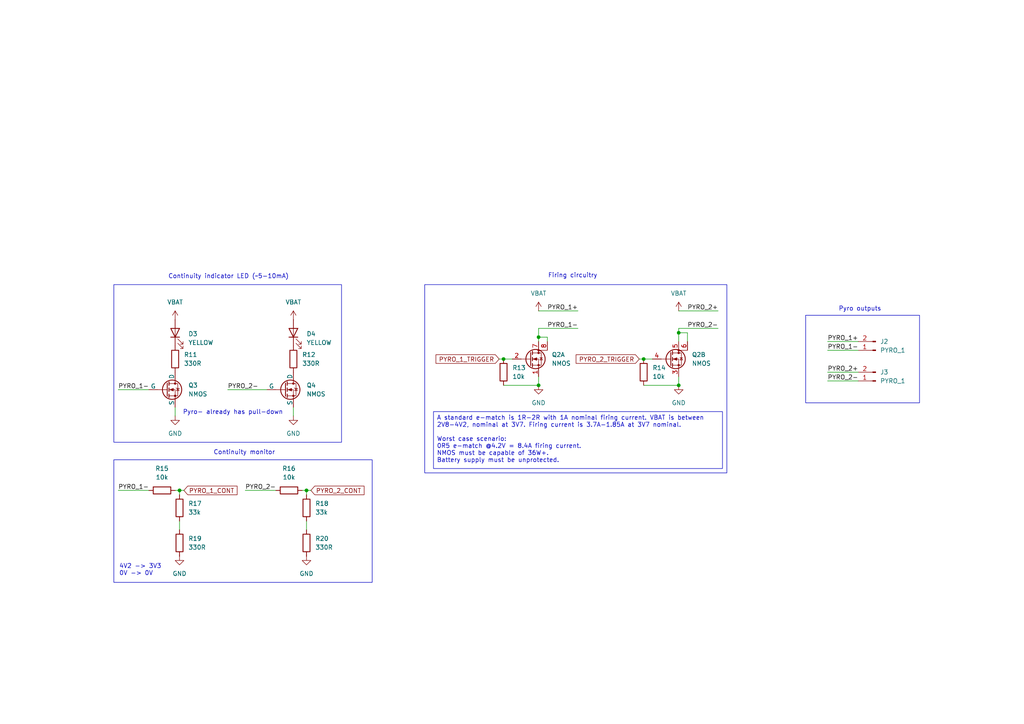
<source format=kicad_sch>
(kicad_sch (version 20250114) (generator "eeschema") (generator_version "9.0")
  (paper "A4")
  (title_block (title "Peanut Pyro Channels") (rev "A") (company "Matteo Golin") (comment 1 "Pyro channels for Peanut deployment altimeter"))
  (lib_symbols
    (symbol "Connector:Conn_01x02_Pin" (pin_names (offset 1.016) (hide yes))
      (property "Reference" "J" (at 0 2.54 0))
      (property "Value" "Conn_01x02_Pin" (at 0 -5.08 0))
      (symbol "Conn_01x02_Pin_1_1"
        (rectangle (start 0.8636 0.127) (end 0 -0.127) (stroke (width 0.1524)) (fill (type outline)))
        (rectangle (start 0.8636 -2.413) (end 0 -2.667) (stroke (width 0.1524)) (fill (type outline)))
        (polyline (pts (xy 1.27 0) (xy 0.8636 0)) (stroke (width 0.1524)))
        (polyline (pts (xy 1.27 -2.54) (xy 0.8636 -2.54)) (stroke (width 0.1524)))
        (pin passive line (at 5.08 0 180) (length 3.81) (name "Pin_1") (number "1"))
        (pin passive line (at 5.08 -2.54 180) (length 3.81) (name "Pin_2") (number "2"))
      )
    )
    (symbol "Device:LED" (pin_numbers (hide yes)) (pin_names (offset 1.016) (hide yes))
      (property "Reference" "D" (at 0 2.54 0))
      (property "Value" "LED" (at 0 -2.54 0))
      (symbol "LED_0_1"
        (polyline (pts (xy -3.048 -0.762) (xy -4.572 -2.286) (xy -3.81 -2.286) (xy -4.572 -2.286) (xy -4.572 -1.524)))
        (polyline (pts (xy -1.778 -0.762) (xy -3.302 -2.286) (xy -2.54 -2.286) (xy -3.302 -2.286) (xy -3.302 -1.524)))
        (polyline (pts (xy -1.27 0) (xy 1.27 0)))
        (polyline (pts (xy -1.27 -1.27) (xy -1.27 1.27)) (stroke (width 0.254)))
        (polyline (pts (xy 1.27 -1.27) (xy 1.27 1.27) (xy -1.27 0) (xy 1.27 -1.27)) (stroke (width 0.254)))
      )
      (symbol "LED_1_1"
        (pin passive line (at -3.81 0 0) (length 2.54) (name "K") (number "1"))
        (pin passive line (at 3.81 0 180) (length 2.54) (name "A") (number "2"))
      )
    )
    (symbol "Device:R" (pin_numbers (hide yes)) (pin_names (offset 0))
      (property "Reference" "R" (at 2.032 0 90))
      (property "Value" "R" (at 0 0 90))
      (symbol "R_0_1"
        (rectangle (start -1.016 -2.54) (end 1.016 2.54) (stroke (width 0.254)))
      )
      (symbol "R_1_1"
        (pin passive line (at 0 3.81 270) (length 1.27) (name "~") (number "1"))
        (pin passive line (at 0 -3.81 90) (length 1.27) (name "~") (number "2"))
      )
    )
    (symbol "Simulation_SPICE:NMOS" (pin_numbers (hide yes)) (pin_names (offset 0))
      (property "Reference" "Q" (at 5.08 1.27 0))
      (property "Value" "NMOS" (at 5.08 -1.27 0))
      (symbol "NMOS_0_1"
        (polyline (pts (xy 0.254 1.905) (xy 0.254 -1.905)) (stroke (width 0.254)))
        (polyline (pts (xy 0.254 0) (xy -2.54 0)))
        (polyline (pts (xy 0.762 2.286) (xy 0.762 1.27)) (stroke (width 0.254)))
        (polyline (pts (xy 0.762 0.508) (xy 0.762 -0.508)) (stroke (width 0.254)))
        (polyline (pts (xy 0.762 -1.27) (xy 0.762 -2.286)) (stroke (width 0.254)))
        (polyline (pts (xy 0.762 -1.778) (xy 3.302 -1.778) (xy 3.302 1.778) (xy 0.762 1.778)))
        (polyline (pts (xy 1.016 0) (xy 2.032 0.381) (xy 2.032 -0.381) (xy 1.016 0)) (fill (type outline)))
        (circle (center 1.651 0) (radius 2.794) (stroke (width 0.254)))
        (polyline (pts (xy 2.54 2.54) (xy 2.54 1.778)))
        (circle (center 2.54 1.778) (radius 0.254) (fill (type outline)))
        (circle (center 2.54 -1.778) (radius 0.254) (fill (type outline)))
        (polyline (pts (xy 2.54 -2.54) (xy 2.54 0) (xy 0.762 0)))
        (polyline (pts (xy 2.794 0.508) (xy 2.921 0.381) (xy 3.683 0.381) (xy 3.81 0.254)))
        (polyline (pts (xy 3.302 0.381) (xy 2.921 -0.254) (xy 3.683 -0.254) (xy 3.302 0.381)))
      )
      (symbol "NMOS_1_1"
        (pin input line (at -5.08 0 0) (length 2.54) (name "G") (number "2"))
        (pin passive line (at 2.54 5.08 270) (length 2.54) (name "D") (number "1"))
        (pin passive line (at 2.54 -5.08 90) (length 2.54) (name "S") (number "3"))
      )
    )
    (symbol "Transistor_FET:Q_Dual_NMOS_S1G1S2G2D2D2D1D1" (pin_names (offset 0) (hide yes))
      (property "Reference" "Q" (at 5.08 1.905 0))
      (property "Value" "Q_Dual_NMOS_S1G1S2G2D2D2D1D1" (at 5.08 0 0))
      (symbol "Q_Dual_NMOS_S1G1S2G2D2D2D1D1_0_1"
        (polyline (pts (xy 0.254 1.905) (xy 0.254 -1.905)) (stroke (width 0.254)))
        (polyline (pts (xy 0.254 0) (xy -2.54 0)))
        (polyline (pts (xy 0.762 2.286) (xy 0.762 1.27)) (stroke (width 0.254)))
        (polyline (pts (xy 0.762 0.508) (xy 0.762 -0.508)) (stroke (width 0.254)))
        (polyline (pts (xy 0.762 -1.27) (xy 0.762 -2.286)) (stroke (width 0.254)))
        (polyline (pts (xy 0.762 -1.778) (xy 3.302 -1.778) (xy 3.302 1.778) (xy 0.762 1.778)))
        (polyline (pts (xy 1.016 0) (xy 2.032 0.381) (xy 2.032 -0.381) (xy 1.016 0)) (fill (type outline)))
        (circle (center 1.651 0) (radius 2.794) (stroke (width 0.254)))
        (polyline (pts (xy 2.54 2.54) (xy 2.54 1.778)))
        (circle (center 2.54 2.54) (radius 0.254) (fill (type outline)))
        (circle (center 2.54 1.778) (radius 0.254) (fill (type outline)))
        (circle (center 2.54 -1.778) (radius 0.254) (fill (type outline)))
        (polyline (pts (xy 2.54 -2.54) (xy 2.54 0) (xy 0.762 0)))
        (polyline (pts (xy 2.921 0.381) (xy 3.683 0.381)))
        (polyline (pts (xy 3.302 0.381) (xy 2.921 -0.254) (xy 3.683 -0.254) (xy 3.302 0.381)))
        (polyline (pts (xy 5.08 2.54) (xy 2.54 2.54)))
      )
      (symbol "Q_Dual_NMOS_S1G1S2G2D2D2D1D1_1_1"
        (pin input line (at -5.08 0 0) (length 2.54) (name "G") (number "2"))
        (pin passive line (at 2.54 5.08 270) (length 2.54) (name "D") (number "7"))
        (pin passive line (at 2.54 -5.08 90) (length 2.54) (name "S") (number "1"))
        (pin passive line (at 5.08 5.08 270) (length 2.54) (name "D") (number "8"))
      )
      (symbol "Q_Dual_NMOS_S1G1S2G2D2D2D1D1_2_1"
        (pin input line (at -5.08 0 0) (length 2.54) (name "G") (number "4"))
        (pin passive line (at 2.54 5.08 270) (length 2.54) (name "D") (number "5"))
        (pin passive line (at 2.54 -5.08 90) (length 2.54) (name "S") (number "3"))
        (pin passive line (at 5.08 5.08 270) (length 2.54) (name "D") (number "6"))
      )
    )
    (symbol "power:GND" (power) (pin_numbers (hide yes)) (pin_names (offset 0) (hide yes))
      (property "Value" "GND" (at 0 -3.81 0))
      (symbol "GND_0_1"
        (polyline (pts (xy 0 0) (xy 0 -1.27) (xy 1.27 -1.27) (xy 0 -2.54) (xy -1.27 -1.27) (xy 0 -1.27)))
      )
      (symbol "GND_1_1"
        (pin power_in line (at 0 0 270) (length 0) (name "~") (number "1"))
      )
    )
    (symbol "power:VBUS" (power) (pin_numbers (hide yes)) (pin_names (offset 0) (hide yes))
      (property "Value" "VBUS" (at 0 3.556 0))
      (symbol "VBUS_0_1"
        (polyline (pts (xy -0.762 1.27) (xy 0 2.54)))
        (polyline (pts (xy 0 2.54) (xy 0.762 1.27)))
        (polyline (pts (xy 0 0) (xy 0 2.54)))
      )
      (symbol "VBUS_1_1"
        (pin power_in line (at 0 0 90) (length 0) (name "~") (number "1"))
      )
    )
  )
  (rectangle (start 233.68 91.44) (end 266.7 116.84))
  (rectangle (start 33.02 82.55) (end 99.06 128.27))
  (rectangle (start 33.02 133.35) (end 107.95 168.91))
  (rectangle (start 123.19 82.55) (end 210.82 137.16))
  (text "Firing circuitry" (at 166.116 80.01 0) (effects (font (size 1.27 1.27))))
  (text "Pyro outputs" (at 249.428 89.662 0) (effects (font (size 1.27 1.27))))
  (text "4V2 -> 3V3\n0V -> 0V" (at 34.544 165.354 0) (effects (font (size 1.27 1.27)) (justify left)))
  (text "Continuity indicator LED (~5-10mA)" (at 66.294 80.264 0) (effects (font (size 1.27 1.27))))
  (text "Pyro- already has pull-down" (at 67.564 119.634 0) (effects (font (size 1.27 1.27))))
  (text "Continuity monitor" (at 70.866 131.318 0) (effects (font (size 1.27 1.27))))
  (text_box "A standard e-match is 1R-2R with 1A nominal firing current. VBAT is between 2V8-4V2, nominal at 3V7. Firing current is 3.7A-1.85A at 3V7 nominal.\n\nWorst case scenario:\n0R5 e-match @4.2V = 8.4A firing current.\nNMOS must be capable of 36W+.\nBattery supply must be unprotected." (at 125.73 119.38 0) (size 83.82 16.51) (margins 0.9525 0.9525 0.9525 0.9525) (effects (font (size 1.27 1.27)) (justify left top)))
  (junction (at 186.69 104.14))
  (junction (at 196.85 96.52))
  (junction (at 156.21 97.79))
  (junction (at 156.21 111.76))
  (junction (at 196.85 111.76))
  (junction (at 88.9 142.24))
  (junction (at 146.05 104.14))
  (junction (at 52.07 142.24))
  (wire (pts (xy 52.07 143.51) (xy 52.07 142.24)))
  (wire (pts (xy 240.03 99.06) (xy 248.92 99.06)))
  (wire (pts (xy 146.05 104.14) (xy 148.59 104.14)))
  (wire (pts (xy 158.75 97.79) (xy 156.21 97.79)))
  (wire (pts (xy 196.85 96.52) (xy 196.85 99.06)))
  (wire (pts (xy 208.28 90.17) (xy 196.85 90.17)))
  (wire (pts (xy 199.39 99.06) (xy 199.39 96.52)))
  (wire (pts (xy 52.07 142.24) (xy 53.34 142.24)))
  (wire (pts (xy 34.29 142.24) (xy 43.18 142.24)))
  (wire (pts (xy 240.03 101.6) (xy 248.92 101.6)))
  (wire (pts (xy 52.07 142.24) (xy 50.8 142.24)))
  (wire (pts (xy 196.85 96.52) (xy 199.39 96.52)))
  (wire (pts (xy 146.05 111.76) (xy 156.21 111.76)))
  (wire (pts (xy 88.9 142.24) (xy 90.17 142.24)))
  (wire (pts (xy 85.09 118.11) (xy 85.09 120.65)))
  (wire (pts (xy 50.8 118.11) (xy 50.8 120.65)))
  (wire (pts (xy 186.69 104.14) (xy 189.23 104.14)))
  (wire (pts (xy 71.12 142.24) (xy 80.01 142.24)))
  (wire (pts (xy 208.28 95.25) (xy 196.85 95.25)))
  (wire (pts (xy 167.64 90.17) (xy 156.21 90.17)))
  (wire (pts (xy 196.85 109.22) (xy 196.85 111.76)))
  (wire (pts (xy 88.9 143.51) (xy 88.9 142.24)))
  (wire (pts (xy 156.21 95.25) (xy 156.21 97.79)))
  (wire (pts (xy 52.07 151.13) (xy 52.07 153.67)))
  (wire (pts (xy 156.21 97.79) (xy 156.21 99.06)))
  (wire (pts (xy 88.9 151.13) (xy 88.9 153.67)))
  (wire (pts (xy 156.21 95.25) (xy 167.64 95.25)))
  (wire (pts (xy 240.03 107.95) (xy 248.92 107.95)))
  (wire (pts (xy 158.75 99.06) (xy 158.75 97.79)))
  (wire (pts (xy 196.85 95.25) (xy 196.85 96.52)))
  (wire (pts (xy 186.69 111.76) (xy 196.85 111.76)))
  (wire (pts (xy 144.78 104.14) (xy 146.05 104.14)))
  (wire (pts (xy 34.29 113.03) (xy 43.18 113.03)))
  (wire (pts (xy 66.04 113.03) (xy 77.47 113.03)))
  (wire (pts (xy 88.9 142.24) (xy 87.63 142.24)))
  (wire (pts (xy 156.21 109.22) (xy 156.21 111.76)))
  (wire (pts (xy 240.03 110.49) (xy 248.92 110.49)))
  (wire (pts (xy 185.42 104.14) (xy 186.69 104.14)))
  (label "PYRO_2-" (at 66.04 113.03 0))
  (label "PYRO_2-" (at 240.03 110.49 0))
  (label "PYRO_2+" (at 240.03 107.95 0))
  (label "PYRO_1+" (at 240.03 99.06 0))
  (label "PYRO_1+" (at 167.64 90.17 180))
  (label "PYRO_1-" (at 34.29 142.24 0))
  (label "PYRO_2-" (at 208.28 95.25 180))
  (label "PYRO_1-" (at 34.29 113.03 0))
  (label "PYRO_2+" (at 208.28 90.17 180))
  (label "PYRO_1-" (at 240.03 101.6 0))
  (label "PYRO_2-" (at 71.12 142.24 0))
  (label "PYRO_1-" (at 167.64 95.25 180))
  (global_label "PYRO_2_TRIGGER" (shape input) (at 185.42 104.14 180) (property "Intersheetrefs" "${INTERSHEET_REFS}" (effects (hide yes))))
  (global_label "PYRO_2_CONT" (shape input) (at 90.17 142.24 0) (property "Intersheetrefs" "${INTERSHEET_REFS}" (effects (hide yes))))
  (global_label "PYRO_1_TRIGGER" (shape input) (at 144.78 104.14 180) (property "Intersheetrefs" "${INTERSHEET_REFS}" (effects (hide yes))))
  (global_label "PYRO_1_CONT" (shape input) (at 53.34 142.24 0) (property "Intersheetrefs" "${INTERSHEET_REFS}" (effects (hide yes))))
  (symbol (lib_id "power:GND") (at 196.85 111.76 0) (unit 1)
    (property "Reference" "#PWR029" (effects (hide yes)))
    (property "Value" "GND" (at 196.85 116.84 0))
    (property "Description" "Power symbol creates a global label with name \"GND\" , ground" (effects (hide yes)))
  )
  (symbol (lib_id "Device:R") (at 186.69 107.95 0) (unit 1)
    (property "Reference" "R14" (at 189.23 106.6799 0) (effects (justify left)))
    (property "Value" "10k" (at 189.23 109.2199 0) (effects (justify left)))
    (property "Footprint" "Resistor_SMD:R_0402_1005Metric" (effects (hide yes)))
    (property "Description" "Resistor" (effects (hide yes)))
  )
  (symbol (lib_id "Connector:Conn_01x02_Pin") (at 254 110.49 180) (unit 1)
    (property "Reference" "J3" (at 255.27 107.9499 0) (effects (justify right)))
    (property "Value" "PYRO_1" (at 255.27 110.4899 0) (effects (justify right)))
    (property "Footprint" "Connector_USB:USB_C_Receptacle_GCT_USB4105-xx-A_16P_TopMnt_Horizontal" (effects (hide yes)))
    (property "Description" "Generic connector, single row, 01x02, script generated" (effects (hide yes)))
  )
  (symbol (lib_id "power:VBUS") (at 196.85 90.17 0) (unit 1)
    (property "Reference" "#PWR025" (effects (hide yes)))
    (property "Value" "VBAT" (at 196.85 85.09 0))
    (property "Description" "Power symbol creates a global label with name \"VBUS\"" (effects (hide yes)))
  )
  (symbol (lib_id "Device:R") (at 88.9 147.32 0) (unit 1)
    (property "Reference" "R18" (at 91.44 146.0499 0) (effects (justify left)))
    (property "Value" "33k" (at 91.44 148.5899 0) (effects (justify left)))
    (property "Footprint" "Resistor_SMD:R_0402_1005Metric" (effects (hide yes)))
    (property "Description" "Resistor" (effects (hide yes)))
  )
  (symbol (lib_id "Transistor_FET:Q_Dual_NMOS_S1G1S2G2D2D2D1D1") (at 194.31 104.14 0) (unit 2)
    (property "Reference" "Q2" (at 200.66 102.8699 0) (effects (justify left)))
    (property "Value" "NMOS" (at 200.66 105.4099 0) (effects (justify left)))
    (property "Footprint" "TSM200N03DPQ33_RGG:TSM200N03DPQ33RGG" (effects (hide yes)))
    (property "Description" "Dual NMOS transistor, 8 pin package" (effects (hide yes)))
    (property "MPN" "TSM200N03DPQ33 RGG" (effects (hide yes)))
  )
  (symbol (lib_id "Device:LED") (at 85.09 96.52 90) (unit 1)
    (property "Reference" "D4" (at 88.9 96.8374 90) (effects (justify right)))
    (property "Value" "YELLOW" (at 88.9 99.3774 90) (effects (justify right)))
    (property "Footprint" "LED_SMD:LED_0402_1005Metric" (effects (hide yes)))
    (property "Description" "Light emitting diode" (effects (hide yes)))
    (property "Sim.Pins" "1=K 2=A" (effects (hide yes)))
    (property "MPN" " 599-1140-147F" (effects (hide yes)))
  )
  (symbol (lib_id "power:GND") (at 156.21 111.76 0) (unit 1)
    (property "Reference" "#PWR028" (effects (hide yes)))
    (property "Value" "GND" (at 156.21 116.84 0))
    (property "Description" "Power symbol creates a global label with name \"GND\" , ground" (effects (hide yes)))
  )
  (symbol (lib_id "Device:R") (at 85.09 104.14 0) (unit 1)
    (property "Reference" "R12" (at 87.63 102.8699 0) (effects (justify left)))
    (property "Value" "330R" (at 87.63 105.4099 0) (effects (justify left)))
    (property "Footprint" "Resistor_SMD:R_0402_1005Metric" (effects (hide yes)))
    (property "Description" "Resistor" (effects (hide yes)))
  )
  (symbol (lib_id "power:GND") (at 50.8 120.65 0) (unit 1)
    (property "Reference" "#PWR030" (effects (hide yes)))
    (property "Value" "GND" (at 50.8 125.73 0))
    (property "Description" "Power symbol creates a global label with name \"GND\" , ground" (effects (hide yes)))
  )
  (symbol (lib_id "Device:R") (at 88.9 157.48 0) (unit 1)
    (property "Reference" "R20" (at 91.44 156.2099 0) (effects (justify left)))
    (property "Value" "330R" (at 91.44 158.7499 0) (effects (justify left)))
    (property "Footprint" "Resistor_SMD:R_0402_1005Metric" (effects (hide yes)))
    (property "Description" "Resistor" (effects (hide yes)))
  )
  (symbol (lib_id "Device:R") (at 52.07 157.48 0) (unit 1)
    (property "Reference" "R19" (at 54.61 156.2099 0) (effects (justify left)))
    (property "Value" "330R" (at 54.61 158.7499 0) (effects (justify left)))
    (property "Footprint" "Resistor_SMD:R_0402_1005Metric" (effects (hide yes)))
    (property "Description" "Resistor" (effects (hide yes)))
  )
  (symbol (lib_id "power:GND") (at 85.09 120.65 0) (unit 1)
    (property "Reference" "#PWR031" (effects (hide yes)))
    (property "Value" "GND" (at 85.09 125.73 0))
    (property "Description" "Power symbol creates a global label with name \"GND\" , ground" (effects (hide yes)))
  )
  (symbol (lib_id "power:GND") (at 88.9 161.29 0) (unit 1)
    (property "Reference" "#PWR033" (effects (hide yes)))
    (property "Value" "GND" (at 88.9 166.37 0))
    (property "Description" "Power symbol creates a global label with name \"GND\" , ground" (effects (hide yes)))
  )
  (symbol (lib_id "Simulation_SPICE:NMOS") (at 48.26 113.03 0) (unit 1)
    (property "Reference" "Q3" (at 54.61 111.7599 0) (effects (justify left)))
    (property "Value" "NMOS" (at 54.61 114.2999 0) (effects (justify left)))
    (property "Datasheet" "https://ngspice.sourceforge.io/docs/ngspice-html-manual/manual.xhtml#cha_MOSFETs" (effects (hide yes)))
    (property "Description" "N-MOSFET transistor, drain/source/gate" (effects (hide yes)))
    (property "Sim.Device" "NMOS" (effects (hide yes)))
    (property "Sim.Type" "VDMOS" (effects (hide yes)))
    (property "Sim.Pins" "1=D 2=G 3=S" (effects (hide yes)))
  )
  (symbol (lib_id "Device:LED") (at 50.8 96.52 90) (unit 1)
    (property "Reference" "D3" (at 54.61 96.8374 90) (effects (justify right)))
    (property "Value" "YELLOW" (at 54.61 99.3774 90) (effects (justify right)))
    (property "Footprint" "LED_SMD:LED_0402_1005Metric" (effects (hide yes)))
    (property "Description" "Light emitting diode" (effects (hide yes)))
    (property "Sim.Pins" "1=K 2=A" (effects (hide yes)))
    (property "MPN" " 599-1140-147F" (effects (hide yes)))
  )
  (symbol (lib_id "Simulation_SPICE:NMOS") (at 82.55 113.03 0) (unit 1)
    (property "Reference" "Q4" (at 88.9 111.7599 0) (effects (justify left)))
    (property "Value" "NMOS" (at 88.9 114.2999 0) (effects (justify left)))
    (property "Datasheet" "https://ngspice.sourceforge.io/docs/ngspice-html-manual/manual.xhtml#cha_MOSFETs" (effects (hide yes)))
    (property "Description" "N-MOSFET transistor, drain/source/gate" (effects (hide yes)))
    (property "Sim.Device" "NMOS" (effects (hide yes)))
    (property "Sim.Type" "VDMOS" (effects (hide yes)))
    (property "Sim.Pins" "1=D 2=G 3=S" (effects (hide yes)))
  )
  (symbol (lib_id "power:GND") (at 52.07 161.29 0) (unit 1)
    (property "Reference" "#PWR032" (effects (hide yes)))
    (property "Value" "GND" (at 52.07 166.37 0))
    (property "Description" "Power symbol creates a global label with name \"GND\" , ground" (effects (hide yes)))
  )
  (symbol (lib_id "Device:R") (at 83.82 142.24 90) (unit 1)
    (property "Reference" "R16" (at 83.82 135.89 90))
    (property "Value" "10k" (at 83.82 138.43 90))
    (property "Footprint" "Resistor_SMD:R_0402_1005Metric" (effects (hide yes)))
    (property "Description" "Resistor" (effects (hide yes)))
  )
  (symbol (lib_id "Transistor_FET:Q_Dual_NMOS_S1G1S2G2D2D2D1D1") (at 153.67 104.14 0) (unit 1)
    (property "Reference" "Q2" (at 160.02 102.8699 0) (effects (justify left)))
    (property "Value" "NMOS" (at 160.02 105.4099 0) (effects (justify left)))
    (property "Footprint" "TSM200N03DPQ33_RGG:TSM200N03DPQ33RGG" (effects (hide yes)))
    (property "Description" "Dual NMOS transistor, 8 pin package" (effects (hide yes)))
    (property "MPN" "TSM200N03DPQ33 RGG" (effects (hide yes)))
  )
  (symbol (lib_id "Device:R") (at 146.05 107.95 0) (unit 1)
    (property "Reference" "R13" (at 148.59 106.6799 0) (effects (justify left)))
    (property "Value" "10k" (at 148.59 109.2199 0) (effects (justify left)))
    (property "Footprint" "Resistor_SMD:R_0402_1005Metric" (effects (hide yes)))
    (property "Description" "Resistor" (effects (hide yes)))
  )
  (symbol (lib_id "power:VBUS") (at 156.21 90.17 0) (unit 1)
    (property "Reference" "#PWR024" (effects (hide yes)))
    (property "Value" "VBAT" (at 156.21 85.09 0))
    (property "Description" "Power symbol creates a global label with name \"VBUS\"" (effects (hide yes)))
  )
  (symbol (lib_id "power:VBUS") (at 50.8 92.71 0) (unit 1)
    (property "Reference" "#PWR026" (effects (hide yes)))
    (property "Value" "VBAT" (at 50.8 87.63 0))
    (property "Description" "Power symbol creates a global label with name \"VBUS\"" (effects (hide yes)))
  )
  (symbol (lib_id "power:VBUS") (at 85.09 92.71 0) (unit 1)
    (property "Reference" "#PWR027" (effects (hide yes)))
    (property "Value" "VBAT" (at 85.09 87.63 0))
    (property "Description" "Power symbol creates a global label with name \"VBUS\"" (effects (hide yes)))
  )
  (symbol (lib_id "Connector:Conn_01x02_Pin") (at 254 101.6 180) (unit 1)
    (property "Reference" "J2" (at 255.27 99.0599 0) (effects (justify right)))
    (property "Value" "PYRO_1" (at 255.27 101.5999 0) (effects (justify right)))
    (property "Description" "Generic connector, single row, 01x02, script generated" (effects (hide yes)))
  )
  (symbol (lib_id "Device:R") (at 46.99 142.24 90) (unit 1)
    (property "Reference" "R15" (at 46.99 135.89 90))
    (property "Value" "10k" (at 46.99 138.43 90))
    (property "Footprint" "Resistor_SMD:R_0402_1005Metric" (effects (hide yes)))
    (property "Description" "Resistor" (effects (hide yes)))
  )
  (symbol (lib_id "Device:R") (at 52.07 147.32 0) (unit 1)
    (property "Reference" "R17" (at 54.61 146.0499 0) (effects (justify left)))
    (property "Value" "33k" (at 54.61 148.5899 0) (effects (justify left)))
    (property "Footprint" "Resistor_SMD:R_0402_1005Metric" (effects (hide yes)))
    (property "Description" "Resistor" (effects (hide yes)))
  )
  (symbol (lib_id "Device:R") (at 50.8 104.14 0) (unit 1)
    (property "Reference" "R11" (at 53.34 102.8699 0) (effects (justify left)))
    (property "Value" "330R" (at 53.34 105.4099 0) (effects (justify left)))
    (property "Footprint" "Resistor_SMD:R_0402_1005Metric" (effects (hide yes)))
    (property "Description" "Resistor" (effects (hide yes)))
  )
)
</source>
